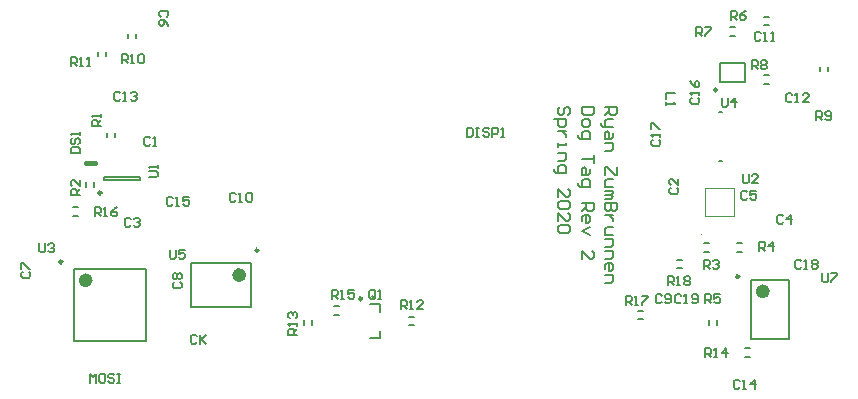
<source format=gto>
G04*
G04 #@! TF.GenerationSoftware,Altium Limited,Altium Designer,19.1.7 (138)*
G04*
G04 Layer_Color=65535*
%FSLAX25Y25*%
%MOIN*%
G70*
G01*
G75*
%ADD10C,0.00984*%
%ADD11C,0.02362*%
%ADD12C,0.00394*%
%ADD13C,0.00787*%
%ADD14C,0.00492*%
%ADD15C,0.01575*%
%ADD16C,0.00600*%
D10*
X160500Y178114D02*
G03*
X160500Y178114I-492J0D01*
G01*
X313382Y231594D02*
G03*
X313382Y231594I-492J0D01*
G01*
X195055Y161980D02*
G03*
X195055Y161980I-492J0D01*
G01*
X320764Y169346D02*
G03*
X320764Y169346I-492J0D01*
G01*
X95153Y174272D02*
G03*
X95153Y174272I-492J0D01*
G01*
X108209Y197276D02*
G03*
X108209Y197276I-492J0D01*
G01*
D11*
X155283Y169846D02*
G03*
X155283Y169846I-1181J0D01*
G01*
X329819Y164406D02*
G03*
X329819Y164406I-1181J0D01*
G01*
X104110Y168071D02*
G03*
X104110Y168071I-1181J0D01*
G01*
D12*
X308256Y183354D02*
G03*
X308256Y183354I-197J0D01*
G01*
D13*
X137961Y173784D02*
X158039D01*
X137961Y159216D02*
X158039D01*
Y173784D01*
X137961Y159216D02*
Y173784D01*
X322634Y234350D02*
Y240650D01*
X314366Y234350D02*
Y240650D01*
X322634D01*
X314366Y234350D02*
X322634D01*
X314106Y207732D02*
X314894D01*
X314106Y224268D02*
X314894D01*
X287213Y157878D02*
X288787D01*
X287213Y155122D02*
X288787D01*
X300213Y174878D02*
X301787D01*
X300213Y172122D02*
X301787D01*
X98760Y189622D02*
X100335D01*
X98760Y192378D02*
X100335D01*
X210760Y153122D02*
X212335D01*
X210760Y155878D02*
X212335D01*
X201059Y148752D02*
Y151350D01*
X197850Y148752D02*
X201059D01*
Y157650D02*
Y160248D01*
X197850D02*
X201059D01*
X109878Y242760D02*
Y244335D01*
X107122Y242760D02*
Y244335D01*
X119878Y248760D02*
Y250335D01*
X117122Y248760D02*
Y250335D01*
X322713Y145378D02*
X324287D01*
X322713Y142622D02*
X324287D01*
X313378Y153213D02*
Y154787D01*
X310622Y153213D02*
Y154787D01*
X324701Y148658D02*
Y168342D01*
X337299Y148658D02*
Y168342D01*
X324701D02*
X337299D01*
X324701Y148658D02*
X337299D01*
X98992Y147992D02*
Y172008D01*
X123008Y147992D02*
Y172008D01*
X98992D02*
X123008D01*
X98992Y147992D02*
X123008D01*
X175622Y153213D02*
Y154787D01*
X178378Y153213D02*
Y154787D01*
X185713Y156622D02*
X187287D01*
X185713Y159378D02*
X187287D01*
X108898Y202591D02*
X121102D01*
X108898Y201409D02*
X121102D01*
Y202591D01*
X108898Y201409D02*
Y202591D01*
X309213Y180378D02*
X310787D01*
X309213Y177622D02*
X310787D01*
X320165Y180378D02*
X321740D01*
X320165Y177622D02*
X321740D01*
X317713Y252378D02*
X319287D01*
X317713Y249622D02*
X319287D01*
X329213Y255878D02*
X330787D01*
X329213Y253122D02*
X330787D01*
X329213Y233622D02*
X330787D01*
X329213Y236378D02*
X330787D01*
X112878Y215713D02*
Y217287D01*
X110122Y215713D02*
Y217287D01*
X103122Y199213D02*
Y200787D01*
X105878Y199213D02*
Y200787D01*
X347622Y237713D02*
Y239287D01*
X350378Y237713D02*
Y239287D01*
D14*
X309476Y189614D02*
Y199024D01*
X318886D01*
X309476Y189614D02*
X318886D01*
Y199024D01*
D15*
X102925Y207350D02*
X106075D01*
D16*
X276000Y226000D02*
X279999D01*
Y224001D01*
X279332Y223334D01*
X277999D01*
X277333Y224001D01*
Y226000D01*
Y224667D02*
X276000Y223334D01*
X278666Y222001D02*
X276666D01*
X276000Y221335D01*
Y219336D01*
X275334D01*
X274667Y220002D01*
Y220668D01*
X276000Y219336D02*
X278666D01*
Y217336D02*
Y216003D01*
X277999Y215337D01*
X276000D01*
Y217336D01*
X276666Y218003D01*
X277333Y217336D01*
Y215337D01*
X276000Y214004D02*
X278666D01*
Y212004D01*
X277999Y211338D01*
X276000D01*
X279999Y206006D02*
Y203341D01*
X279332D01*
X276666Y206006D01*
X276000D01*
Y203341D01*
X278666Y202008D02*
X276666D01*
X276000Y201341D01*
Y199342D01*
X278666D01*
X276000Y198009D02*
X278666D01*
Y197343D01*
X277999Y196676D01*
X276000D01*
X277999D01*
X278666Y196010D01*
X277999Y195343D01*
X276000D01*
X279999Y194010D02*
X276000D01*
Y192011D01*
X276666Y191344D01*
X277333D01*
X277999Y192011D01*
Y194010D01*
Y192011D01*
X278666Y191344D01*
X279332D01*
X279999Y192011D01*
Y194010D01*
X278666Y190012D02*
X276000D01*
X277333D01*
X277999Y189345D01*
X278666Y188679D01*
Y188012D01*
Y186013D02*
X276666D01*
X276000Y185346D01*
Y183347D01*
X278666D01*
X276000Y182014D02*
X278666D01*
Y180015D01*
X277999Y179348D01*
X276000D01*
Y178015D02*
X278666D01*
Y176016D01*
X277999Y175350D01*
X276000D01*
Y172017D02*
Y173350D01*
X276666Y174017D01*
X277999D01*
X278666Y173350D01*
Y172017D01*
X277999Y171351D01*
X277333D01*
Y174017D01*
X276000Y170018D02*
X278666D01*
Y168019D01*
X277999Y167352D01*
X276000D01*
X272499Y226000D02*
X268500D01*
Y224001D01*
X269166Y223334D01*
X271832D01*
X272499Y224001D01*
Y226000D01*
X268500Y221335D02*
Y220002D01*
X269166Y219336D01*
X270499D01*
X271166Y220002D01*
Y221335D01*
X270499Y222001D01*
X269166D01*
X268500Y221335D01*
X267167Y216670D02*
Y216003D01*
X267834Y215337D01*
X271166D01*
Y217336D01*
X270499Y218003D01*
X269166D01*
X268500Y217336D01*
Y215337D01*
X272499Y210005D02*
Y207339D01*
Y208672D01*
X268500D01*
X271166Y205340D02*
Y204007D01*
X270499Y203341D01*
X268500D01*
Y205340D01*
X269166Y206006D01*
X269833Y205340D01*
Y203341D01*
X267167Y200675D02*
Y200008D01*
X267834Y199342D01*
X271166D01*
Y201341D01*
X270499Y202008D01*
X269166D01*
X268500Y201341D01*
Y199342D01*
Y194010D02*
X272499D01*
Y192011D01*
X271832Y191344D01*
X270499D01*
X269833Y192011D01*
Y194010D01*
Y192677D02*
X268500Y191344D01*
Y188012D02*
Y189345D01*
X269166Y190012D01*
X270499D01*
X271166Y189345D01*
Y188012D01*
X270499Y187346D01*
X269833D01*
Y190012D01*
X271166Y186013D02*
X268500Y184680D01*
X271166Y183347D01*
X268500Y175350D02*
Y178015D01*
X271166Y175350D01*
X271832D01*
X272499Y176016D01*
Y177349D01*
X271832Y178015D01*
X263832Y223334D02*
X264499Y224001D01*
Y225334D01*
X263832Y226000D01*
X263166D01*
X262499Y225334D01*
Y224001D01*
X261833Y223334D01*
X261166D01*
X260500Y224001D01*
Y225334D01*
X261166Y226000D01*
X259167Y222001D02*
X263166D01*
Y220002D01*
X262499Y219336D01*
X261166D01*
X260500Y220002D01*
Y222001D01*
X263166Y218003D02*
X260500D01*
X261833D01*
X262499Y217336D01*
X263166Y216670D01*
Y216003D01*
X260500Y214004D02*
Y212671D01*
Y213337D01*
X263166D01*
Y214004D01*
X260500Y210672D02*
X263166D01*
Y208672D01*
X262499Y208006D01*
X260500D01*
X259167Y205340D02*
Y204674D01*
X259834Y204007D01*
X263166D01*
Y206006D01*
X262499Y206673D01*
X261166D01*
X260500Y206006D01*
Y204007D01*
Y196010D02*
Y198676D01*
X263166Y196010D01*
X263832D01*
X264499Y196676D01*
Y198009D01*
X263832Y198676D01*
Y194677D02*
X264499Y194010D01*
Y192677D01*
X263832Y192011D01*
X261166D01*
X260500Y192677D01*
Y194010D01*
X261166Y194677D01*
X263832D01*
X260500Y188012D02*
Y190678D01*
X263166Y188012D01*
X263832D01*
X264499Y188679D01*
Y190012D01*
X263832Y190678D01*
Y186679D02*
X264499Y186013D01*
Y184680D01*
X263832Y184014D01*
X261166D01*
X260500Y184680D01*
Y186013D01*
X261166Y186679D01*
X263832D01*
X131024Y178333D02*
Y175834D01*
X131524Y175334D01*
X132523D01*
X133023Y175834D01*
Y178333D01*
X136022D02*
X134023D01*
Y176834D01*
X135022Y177334D01*
X135522D01*
X136022Y176834D01*
Y175834D01*
X135522Y175334D01*
X134522D01*
X134023Y175834D01*
X230000Y218999D02*
Y216000D01*
X231500D01*
X231999Y216500D01*
Y218499D01*
X231500Y218999D01*
X230000D01*
X232999D02*
X233999D01*
X233499D01*
Y216000D01*
X232999D01*
X233999D01*
X237498Y218499D02*
X236998Y218999D01*
X235998D01*
X235498Y218499D01*
Y217999D01*
X235998Y217499D01*
X236998D01*
X237498Y217000D01*
Y216500D01*
X236998Y216000D01*
X235998D01*
X235498Y216500D01*
X238497Y216000D02*
Y218999D01*
X239997D01*
X240497Y218499D01*
Y217499D01*
X239997Y217000D01*
X238497D01*
X241496Y216000D02*
X242496D01*
X241996D01*
Y218999D01*
X241496Y218499D01*
X315000Y228999D02*
Y226500D01*
X315500Y226000D01*
X316499D01*
X316999Y226500D01*
Y228999D01*
X319498Y226000D02*
Y228999D01*
X317999Y227500D01*
X319998D01*
X139999Y149499D02*
X139499Y149999D01*
X138500D01*
X138000Y149499D01*
Y147500D01*
X138500Y147000D01*
X139499D01*
X139999Y147500D01*
X140999Y149999D02*
Y147000D01*
Y148000D01*
X142998Y149999D01*
X141499Y148500D01*
X142998Y147000D01*
X104500Y134000D02*
Y136999D01*
X105500Y135999D01*
X106499Y136999D01*
Y134000D01*
X108999Y136999D02*
X107999D01*
X107499Y136499D01*
Y134500D01*
X107999Y134000D01*
X108999D01*
X109498Y134500D01*
Y136499D01*
X108999Y136999D01*
X112497Y136499D02*
X111998Y136999D01*
X110998D01*
X110498Y136499D01*
Y135999D01*
X110998Y135500D01*
X111998D01*
X112497Y135000D01*
Y134500D01*
X111998Y134000D01*
X110998D01*
X110498Y134500D01*
X113497Y136999D02*
X114497D01*
X113997D01*
Y134000D01*
X113497D01*
X114497D01*
X297000Y166500D02*
Y169499D01*
X298499D01*
X298999Y168999D01*
Y167999D01*
X298499Y167500D01*
X297000D01*
X298000D02*
X298999Y166500D01*
X299999D02*
X300999D01*
X300499D01*
Y169499D01*
X299999Y168999D01*
X302498D02*
X302998Y169499D01*
X303998D01*
X304498Y168999D01*
Y168499D01*
X303998Y167999D01*
X304498Y167500D01*
Y167000D01*
X303998Y166500D01*
X302998D01*
X302498Y167000D01*
Y167500D01*
X302998Y167999D01*
X302498Y168499D01*
Y168999D01*
X302998Y167999D02*
X303998D01*
X283000Y160000D02*
Y162999D01*
X284500D01*
X284999Y162499D01*
Y161500D01*
X284500Y161000D01*
X283000D01*
X284000D02*
X284999Y160000D01*
X285999D02*
X286999D01*
X286499D01*
Y162999D01*
X285999Y162499D01*
X288498Y162999D02*
X290498D01*
Y162499D01*
X288498Y160500D01*
Y160000D01*
X106047Y189500D02*
Y192499D01*
X107547D01*
X108047Y191999D01*
Y190999D01*
X107547Y190500D01*
X106047D01*
X107047D02*
X108047Y189500D01*
X109046D02*
X110046D01*
X109546D01*
Y192499D01*
X109046Y191999D01*
X113545Y192499D02*
X112545Y191999D01*
X111546Y190999D01*
Y190000D01*
X112045Y189500D01*
X113045D01*
X113545Y190000D01*
Y190500D01*
X113045Y190999D01*
X111546D01*
X117999Y188499D02*
X117499Y188999D01*
X116500D01*
X116000Y188499D01*
Y186500D01*
X116500Y186000D01*
X117499D01*
X117999Y186500D01*
X118999Y188499D02*
X119499Y188999D01*
X120499D01*
X120998Y188499D01*
Y187999D01*
X120499Y187499D01*
X119999D01*
X120499D01*
X120998Y187000D01*
Y186500D01*
X120499Y186000D01*
X119499D01*
X118999Y186500D01*
X348500Y170499D02*
Y168000D01*
X349000Y167500D01*
X349999D01*
X350499Y168000D01*
Y170499D01*
X351499D02*
X353498D01*
Y169999D01*
X351499Y168000D01*
Y167500D01*
X185000Y162000D02*
Y164999D01*
X186500D01*
X186999Y164499D01*
Y163499D01*
X186500Y163000D01*
X185000D01*
X186000D02*
X186999Y162000D01*
X187999D02*
X188999D01*
X188499D01*
Y164999D01*
X187999Y164499D01*
X192498Y164999D02*
X190498D01*
Y163499D01*
X191498Y163999D01*
X191998D01*
X192498Y163499D01*
Y162500D01*
X191998Y162000D01*
X190998D01*
X190498Y162500D01*
X309500Y142500D02*
Y145499D01*
X310999D01*
X311499Y144999D01*
Y144000D01*
X310999Y143500D01*
X309500D01*
X310500D02*
X311499Y142500D01*
X312499D02*
X313499D01*
X312999D01*
Y145499D01*
X312499Y144999D01*
X316498Y142500D02*
Y145499D01*
X314998Y144000D01*
X316998D01*
X173500Y150000D02*
X170501D01*
Y151499D01*
X171001Y151999D01*
X172001D01*
X172500Y151499D01*
Y150000D01*
Y151000D02*
X173500Y151999D01*
Y152999D02*
Y153999D01*
Y153499D01*
X170501D01*
X171001Y152999D01*
Y155498D02*
X170501Y155998D01*
Y156998D01*
X171001Y157498D01*
X171501D01*
X172001Y156998D01*
Y156498D01*
Y156998D01*
X172500Y157498D01*
X173000D01*
X173500Y156998D01*
Y155998D01*
X173000Y155498D01*
X208000Y158500D02*
Y161499D01*
X209500D01*
X209999Y160999D01*
Y160000D01*
X209500Y159500D01*
X208000D01*
X209000D02*
X209999Y158500D01*
X210999D02*
X211999D01*
X211499D01*
Y161499D01*
X210999Y160999D01*
X215498Y158500D02*
X213498D01*
X215498Y160499D01*
Y160999D01*
X214998Y161499D01*
X213998D01*
X213498Y160999D01*
X199499Y162500D02*
Y164499D01*
X199000Y164999D01*
X198000D01*
X197500Y164499D01*
Y162500D01*
X198000Y162000D01*
X199000D01*
X198500Y163000D02*
X199499Y162000D01*
X199000D02*
X199499Y162500D01*
X200499Y162000D02*
X201499D01*
X200999D01*
Y164999D01*
X200499Y164499D01*
X320999Y134499D02*
X320499Y134999D01*
X319500D01*
X319000Y134499D01*
Y132500D01*
X319500Y132000D01*
X320499D01*
X320999Y132500D01*
X321999Y132000D02*
X322999D01*
X322499D01*
Y134999D01*
X321999Y134499D01*
X325998Y132000D02*
Y134999D01*
X324498Y133500D01*
X326498D01*
X301499Y162999D02*
X300999Y163499D01*
X300000D01*
X299500Y162999D01*
Y161000D01*
X300000Y160500D01*
X300999D01*
X301499Y161000D01*
X302499Y160500D02*
X303499D01*
X302999D01*
Y163499D01*
X302499Y162999D01*
X304998Y161000D02*
X305498Y160500D01*
X306498D01*
X306998Y161000D01*
Y162999D01*
X306498Y163499D01*
X305498D01*
X304998Y162999D01*
Y162499D01*
X305498Y161999D01*
X306998D01*
X341499Y174499D02*
X341000Y174999D01*
X340000D01*
X339500Y174499D01*
Y172500D01*
X340000Y172000D01*
X341000D01*
X341499Y172500D01*
X342499Y172000D02*
X343499D01*
X342999D01*
Y174999D01*
X342499Y174499D01*
X344998D02*
X345498Y174999D01*
X346498D01*
X346998Y174499D01*
Y173999D01*
X346498Y173500D01*
X346998Y173000D01*
Y172500D01*
X346498Y172000D01*
X345498D01*
X344998Y172500D01*
Y173000D01*
X345498Y173500D01*
X344998Y173999D01*
Y174499D01*
X345498Y173500D02*
X346498D01*
X87500Y180499D02*
Y178000D01*
X88000Y177500D01*
X88999D01*
X89499Y178000D01*
Y180499D01*
X90499Y179999D02*
X90999Y180499D01*
X91999D01*
X92498Y179999D01*
Y179499D01*
X91999Y178999D01*
X91499D01*
X91999D01*
X92498Y178500D01*
Y178000D01*
X91999Y177500D01*
X90999D01*
X90499Y178000D01*
X292001Y214999D02*
X291501Y214499D01*
Y213500D01*
X292001Y213000D01*
X294000D01*
X294500Y213500D01*
Y214499D01*
X294000Y214999D01*
X294500Y215999D02*
Y216999D01*
Y216499D01*
X291501D01*
X292001Y215999D01*
X291501Y218498D02*
Y220498D01*
X292001D01*
X294000Y218498D01*
X294500D01*
X305001Y228999D02*
X304501Y228500D01*
Y227500D01*
X305001Y227000D01*
X307000D01*
X307500Y227500D01*
Y228500D01*
X307000Y228999D01*
X307500Y229999D02*
Y230999D01*
Y230499D01*
X304501D01*
X305001Y229999D01*
X304501Y234498D02*
X305001Y233498D01*
X306000Y232498D01*
X307000D01*
X307500Y232998D01*
Y233998D01*
X307000Y234498D01*
X306500D01*
X306000Y233998D01*
Y232498D01*
X131999Y195499D02*
X131500Y195999D01*
X130500D01*
X130000Y195499D01*
Y193500D01*
X130500Y193000D01*
X131500D01*
X131999Y193500D01*
X132999Y193000D02*
X133999D01*
X133499D01*
Y195999D01*
X132999Y195499D01*
X137498Y195999D02*
X135498D01*
Y194500D01*
X136498Y194999D01*
X136998D01*
X137498Y194500D01*
Y193500D01*
X136998Y193000D01*
X135998D01*
X135498Y193500D01*
X98000Y239500D02*
Y242499D01*
X99499D01*
X99999Y241999D01*
Y241000D01*
X99499Y240500D01*
X98000D01*
X99000D02*
X99999Y239500D01*
X100999D02*
X101999D01*
X101499D01*
Y242499D01*
X100999Y241999D01*
X103498Y239500D02*
X104498D01*
X103998D01*
Y242499D01*
X103498Y241999D01*
X115000Y240500D02*
Y243499D01*
X116499D01*
X116999Y242999D01*
Y242000D01*
X116499Y241500D01*
X115000D01*
X116000D02*
X116999Y240500D01*
X117999D02*
X118999D01*
X118499D01*
Y243499D01*
X117999Y242999D01*
X120498D02*
X120998Y243499D01*
X121998D01*
X122498Y242999D01*
Y241000D01*
X121998Y240500D01*
X120998D01*
X120498Y241000D01*
Y242999D01*
X114499Y230499D02*
X113999Y230999D01*
X113000D01*
X112500Y230499D01*
Y228500D01*
X113000Y228000D01*
X113999D01*
X114499Y228500D01*
X115499Y228000D02*
X116499D01*
X115999D01*
Y230999D01*
X115499Y230499D01*
X117998D02*
X118498Y230999D01*
X119498D01*
X119998Y230499D01*
Y229999D01*
X119498Y229500D01*
X118998D01*
X119498D01*
X119998Y229000D01*
Y228500D01*
X119498Y228000D01*
X118498D01*
X117998Y228500D01*
X346500Y221500D02*
Y224499D01*
X348000D01*
X348499Y223999D01*
Y223000D01*
X348000Y222500D01*
X346500D01*
X347500D02*
X348499Y221500D01*
X349499Y222000D02*
X349999Y221500D01*
X350998D01*
X351498Y222000D01*
Y223999D01*
X350998Y224499D01*
X349999D01*
X349499Y223999D01*
Y223499D01*
X349999Y223000D01*
X351498D01*
X325000Y238500D02*
Y241499D01*
X326500D01*
X326999Y240999D01*
Y240000D01*
X326500Y239500D01*
X325000D01*
X326000D02*
X326999Y238500D01*
X327999Y240999D02*
X328499Y241499D01*
X329499D01*
X329998Y240999D01*
Y240499D01*
X329499Y240000D01*
X329998Y239500D01*
Y239000D01*
X329499Y238500D01*
X328499D01*
X327999Y239000D01*
Y239500D01*
X328499Y240000D01*
X327999Y240499D01*
Y240999D01*
X328499Y240000D02*
X329499D01*
X306500Y249500D02*
Y252499D01*
X307999D01*
X308499Y251999D01*
Y250999D01*
X307999Y250500D01*
X306500D01*
X307500D02*
X308499Y249500D01*
X309499Y252499D02*
X311498D01*
Y251999D01*
X309499Y250000D01*
Y249500D01*
X318000Y255000D02*
Y257999D01*
X319499D01*
X319999Y257499D01*
Y256500D01*
X319499Y256000D01*
X318000D01*
X319000D02*
X319999Y255000D01*
X322998Y257999D02*
X321999Y257499D01*
X320999Y256500D01*
Y255500D01*
X321499Y255000D01*
X322498D01*
X322998Y255500D01*
Y256000D01*
X322498Y256500D01*
X320999D01*
X338499Y229999D02*
X338000Y230499D01*
X337000D01*
X336500Y229999D01*
Y228000D01*
X337000Y227500D01*
X338000D01*
X338499Y228000D01*
X339499Y227500D02*
X340499D01*
X339999D01*
Y230499D01*
X339499Y229999D01*
X343998Y227500D02*
X341998D01*
X343998Y229499D01*
Y229999D01*
X343498Y230499D01*
X342498D01*
X341998Y229999D01*
X327999Y250499D02*
X327500Y250999D01*
X326500D01*
X326000Y250499D01*
Y248500D01*
X326500Y248000D01*
X327500D01*
X327999Y248500D01*
X328999Y248000D02*
X329999D01*
X329499D01*
Y250999D01*
X328999Y250499D01*
X331498Y248000D02*
X332498D01*
X331998D01*
Y250999D01*
X331498Y250499D01*
X152960Y196724D02*
X152460Y197223D01*
X151461D01*
X150961Y196724D01*
Y194724D01*
X151461Y194224D01*
X152460D01*
X152960Y194724D01*
X153960Y194224D02*
X154959D01*
X154460D01*
Y197223D01*
X153960Y196724D01*
X156459D02*
X156959Y197223D01*
X157958D01*
X158458Y196724D01*
Y194724D01*
X157958Y194224D01*
X156959D01*
X156459Y194724D01*
Y196724D01*
X322000Y203499D02*
Y201000D01*
X322500Y200500D01*
X323499D01*
X323999Y201000D01*
Y203499D01*
X326998Y200500D02*
X324999D01*
X326998Y202499D01*
Y202999D01*
X326499Y203499D01*
X325499D01*
X324999Y202999D01*
X309500Y160500D02*
Y163499D01*
X310999D01*
X311499Y162999D01*
Y161999D01*
X310999Y161500D01*
X309500D01*
X310500D02*
X311499Y160500D01*
X314498Y163499D02*
X312499D01*
Y161999D01*
X313499Y162499D01*
X313999D01*
X314498Y161999D01*
Y161000D01*
X313999Y160500D01*
X312999D01*
X312499Y161000D01*
X327500Y178000D02*
Y180999D01*
X328999D01*
X329499Y180499D01*
Y179499D01*
X328999Y179000D01*
X327500D01*
X328500D02*
X329499Y178000D01*
X331998D02*
Y180999D01*
X330499Y179499D01*
X332498D01*
X309000Y172000D02*
Y174999D01*
X310500D01*
X310999Y174499D01*
Y173500D01*
X310500Y173000D01*
X309000D01*
X310000D02*
X310999Y172000D01*
X311999Y174499D02*
X312499Y174999D01*
X313498D01*
X313998Y174499D01*
Y173999D01*
X313498Y173500D01*
X312999D01*
X313498D01*
X313998Y173000D01*
Y172500D01*
X313498Y172000D01*
X312499D01*
X311999Y172500D01*
X299499Y230500D02*
X296500D01*
Y228501D01*
Y227501D02*
Y226501D01*
Y227001D01*
X299499D01*
X298999Y227501D01*
X101000Y196500D02*
X98001D01*
Y198000D01*
X98501Y198499D01*
X99501D01*
X100000Y198000D01*
Y196500D01*
Y197500D02*
X101000Y198499D01*
Y201498D02*
Y199499D01*
X99001Y201498D01*
X98501D01*
X98001Y200999D01*
Y199999D01*
X98501Y199499D01*
X108000Y219500D02*
X105001D01*
Y221000D01*
X105501Y221499D01*
X106500D01*
X107000Y221000D01*
Y219500D01*
Y220500D02*
X108000Y221499D01*
Y222499D02*
Y223499D01*
Y222999D01*
X105001D01*
X105501Y222499D01*
X98001Y210500D02*
X101000D01*
Y212000D01*
X100500Y212499D01*
X98501D01*
X98001Y212000D01*
Y210500D01*
X98501Y215498D02*
X98001Y214999D01*
Y213999D01*
X98501Y213499D01*
X99001D01*
X99501Y213999D01*
Y214999D01*
X100000Y215498D01*
X100500D01*
X101000Y214999D01*
Y213999D01*
X100500Y213499D01*
X101000Y216498D02*
Y217498D01*
Y216998D01*
X98001D01*
X98501Y216498D01*
X294999Y162999D02*
X294499Y163499D01*
X293500D01*
X293000Y162999D01*
Y161000D01*
X293500Y160500D01*
X294499D01*
X294999Y161000D01*
X295999D02*
X296499Y160500D01*
X297498D01*
X297998Y161000D01*
Y162999D01*
X297498Y163499D01*
X296499D01*
X295999Y162999D01*
Y162499D01*
X296499Y161999D01*
X297998D01*
X132501Y167499D02*
X132001Y166999D01*
Y166000D01*
X132501Y165500D01*
X134500D01*
X135000Y166000D01*
Y166999D01*
X134500Y167499D01*
X132501Y168499D02*
X132001Y168999D01*
Y169999D01*
X132501Y170498D01*
X133001D01*
X133501Y169999D01*
X134000Y170498D01*
X134500D01*
X135000Y169999D01*
Y168999D01*
X134500Y168499D01*
X134000D01*
X133501Y168999D01*
X133001Y168499D01*
X132501D01*
X133501Y168999D02*
Y169999D01*
X82001Y170999D02*
X81501Y170500D01*
Y169500D01*
X82001Y169000D01*
X84000D01*
X84500Y169500D01*
Y170500D01*
X84000Y170999D01*
X81501Y171999D02*
Y173998D01*
X82001D01*
X84000Y171999D01*
X84500D01*
X129999Y256001D02*
X130499Y256501D01*
Y257500D01*
X129999Y258000D01*
X128000D01*
X127500Y257500D01*
Y256501D01*
X128000Y256001D01*
X130499Y253002D02*
X129999Y254001D01*
X128999Y255001D01*
X128000D01*
X127500Y254501D01*
Y253502D01*
X128000Y253002D01*
X128500D01*
X128999Y253502D01*
Y255001D01*
X323499Y197499D02*
X323000Y197999D01*
X322000D01*
X321500Y197499D01*
Y195500D01*
X322000Y195000D01*
X323000D01*
X323499Y195500D01*
X326498Y197999D02*
X324499D01*
Y196500D01*
X325499Y196999D01*
X325998D01*
X326498Y196500D01*
Y195500D01*
X325998Y195000D01*
X324999D01*
X324499Y195500D01*
X335499Y189499D02*
X334999Y189999D01*
X334000D01*
X333500Y189499D01*
Y187500D01*
X334000Y187000D01*
X334999D01*
X335499Y187500D01*
X337999Y187000D02*
Y189999D01*
X336499Y188499D01*
X338498D01*
X124001Y202500D02*
X126500D01*
X127000Y203000D01*
Y203999D01*
X126500Y204499D01*
X124001D01*
X127000Y205499D02*
Y206499D01*
Y205999D01*
X124001D01*
X124501Y205499D01*
X298001Y198999D02*
X297501Y198500D01*
Y197500D01*
X298001Y197000D01*
X300000D01*
X300500Y197500D01*
Y198500D01*
X300000Y198999D01*
X300500Y201998D02*
Y199999D01*
X298501Y201998D01*
X298001D01*
X297501Y201499D01*
Y200499D01*
X298001Y199999D01*
X124499Y215499D02*
X124000Y215999D01*
X123000D01*
X122500Y215499D01*
Y213500D01*
X123000Y213000D01*
X124000D01*
X124499Y213500D01*
X125499Y213000D02*
X126499D01*
X125999D01*
Y215999D01*
X125499Y215499D01*
M02*

</source>
